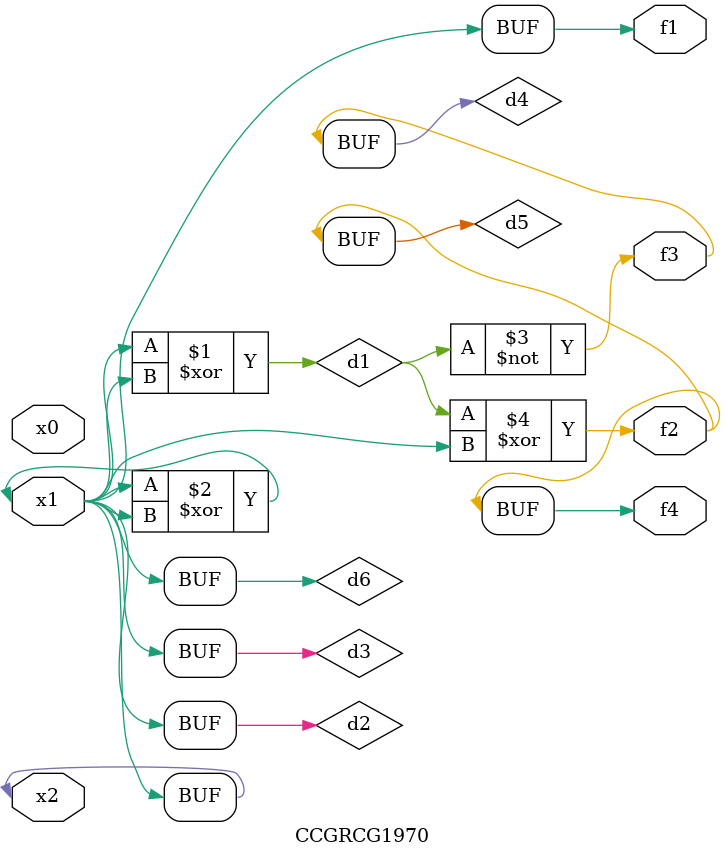
<source format=v>
module CCGRCG1970(
	input x0, x1, x2,
	output f1, f2, f3, f4
);

	wire d1, d2, d3, d4, d5, d6;

	xor (d1, x1, x2);
	buf (d2, x1, x2);
	xor (d3, x1, x2);
	nor (d4, d1);
	xor (d5, d1, d2);
	buf (d6, d2, d3);
	assign f1 = d6;
	assign f2 = d5;
	assign f3 = d4;
	assign f4 = d5;
endmodule

</source>
